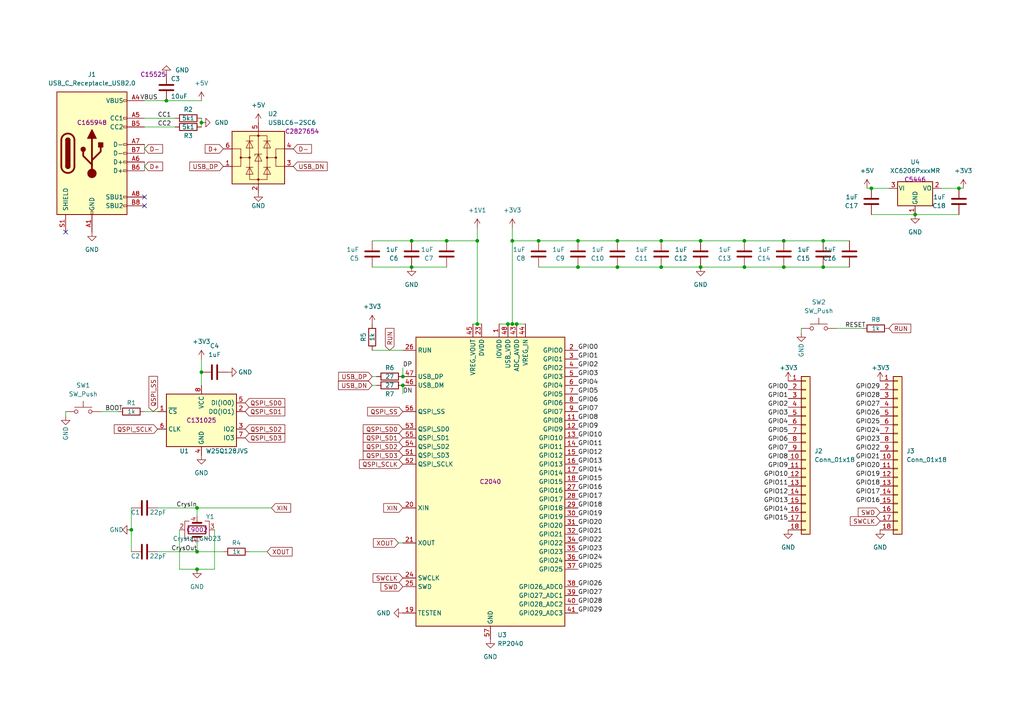
<source format=kicad_sch>
(kicad_sch (version 20211123) (generator eeschema)
  (paper "A4")
  (lib_symbols
    (symbol "Connector:USB_C_Receptacle_USB2.0" (pin_names (offset 1.016))
      (property "Reference" "J" (at -10.16 19.05 0))
      (property "Value" "USB_C_Receptacle_USB2.0" (at 19.05 19.05 0))
      (symbol "USB_C_Receptacle_USB2.0_0_0"
        (rectangle (start -0.254 -17.78) (end 0.254 -16.764))
        (rectangle (start 10.16 -14.986) (end 9.144 -15.494))
        (rectangle (start 10.16 -12.446) (end 9.144 -12.954))
        (rectangle (start 10.16 -4.826) (end 9.144 -5.334))
        (rectangle (start 10.16 -2.286) (end 9.144 -2.794))
        (rectangle (start 10.16 0.254) (end 9.144 -0.254))
        (rectangle (start 10.16 2.794) (end 9.144 2.286))
        (rectangle (start 10.16 7.874) (end 9.144 7.366))
        (rectangle (start 10.16 10.414) (end 9.144 9.906))
        (rectangle (start 10.16 15.494) (end 9.144 14.986))
      )
      (symbol "USB_C_Receptacle_USB2.0_0_1"
        (rectangle (start -10.16 17.78) (end 10.16 -17.78) (stroke (width 0.254)) (fill (type background)))
        (arc (start -8.89 -3.81) (mid -6.985 -5.715) (end -5.08 -3.81) (stroke (width 0.508)))
        (arc (start -7.62 -3.81) (mid -6.985 -4.445) (end -6.35 -3.81) (stroke (width 0.254)))
        (arc (start -7.62 -3.81) (mid -6.985 -4.445) (end -6.35 -3.81) (stroke (width 0.254)) (fill (type outline)))
        (rectangle (start -7.62 -3.81) (end -6.35 3.81) (stroke (width 0.254)) (fill (type outline)))
        (arc (start -6.35 3.81) (mid -6.985 4.445) (end -7.62 3.81) (stroke (width 0.254)))
        (arc (start -6.35 3.81) (mid -6.985 4.445) (end -7.62 3.81) (stroke (width 0.254)) (fill (type outline)))
        (arc (start -5.08 3.81) (mid -6.985 5.715) (end -8.89 3.81) (stroke (width 0.508)))
        (circle (center -2.54 1.143) (radius 0.635) (stroke (width 0.254)) (fill (type outline)))
        (circle (center 0 -5.842) (radius 1.27) (fill (type outline)))
        (polyline (pts (xy -8.89 -3.81) (xy -8.89 3.81)) (stroke (width 0.508)))
        (polyline (pts (xy -5.08 3.81) (xy -5.08 -3.81)) (stroke (width 0.508)))
        (polyline (pts (xy 0 -5.842) (xy 0 4.318)) (stroke (width 0.508)))
        (polyline (pts (xy 0 -3.302) (xy -2.54 -0.762) (xy -2.54 0.508)) (stroke (width 0.508)))
        (polyline (pts (xy 0 -2.032) (xy 2.54 0.508) (xy 2.54 1.778)) (stroke (width 0.508)))
        (polyline (pts (xy -1.27 4.318) (xy 0 6.858) (xy 1.27 4.318) (xy -1.27 4.318)) (stroke (width 0.254)) (fill (type outline)))
        (rectangle (start 1.905 1.778) (end 3.175 3.048) (stroke (width 0.254)) (fill (type outline)))
      )
      (symbol "USB_C_Receptacle_USB2.0_1_1"
        (pin passive line (at 0 -22.86 90) (length 5.08) (name "GND") (number "A1"))
        (pin passive line (at 0 -22.86 90) (length 5.08) hide (name "GND") (number "A12"))
        (pin passive line (at 15.24 15.24 180) (length 5.08) (name "VBUS") (number "A4"))
        (pin bidirectional line (at 15.24 10.16 180) (length 5.08) (name "CC1") (number "A5"))
        (pin bidirectional line (at 15.24 -2.54 180) (length 5.08) (name "D+") (number "A6"))
        (pin bidirectional line (at 15.24 2.54 180) (length 5.08) (name "D-") (number "A7"))
        (pin bidirectional line (at 15.24 -12.7 180) (length 5.08) (name "SBU1") (number "A8"))
        (pin passive line (at 15.24 15.24 180) (length 5.08) hide (name "VBUS") (number "A9"))
        (pin passive line (at 0 -22.86 90) (length 5.08) hide (name "GND") (number "B1"))
        (pin passive line (at 0 -22.86 90) (length 5.08) hide (name "GND") (number "B12"))
        (pin passive line (at 15.24 15.24 180) (length 5.08) hide (name "VBUS") (number "B4"))
        (pin bidirectional line (at 15.24 7.62 180) (length 5.08) (name "CC2") (number "B5"))
        (pin bidirectional line (at 15.24 -5.08 180) (length 5.08) (name "D+") (number "B6"))
        (pin bidirectional line (at 15.24 0 180) (length 5.08) (name "D-") (number "B7"))
        (pin bidirectional line (at 15.24 -15.24 180) (length 5.08) (name "SBU2") (number "B8"))
        (pin passive line (at 15.24 15.24 180) (length 5.08) hide (name "VBUS") (number "B9"))
        (pin passive line (at -7.62 -22.86 90) (length 5.08) (name "SHIELD") (number "S1"))
      )
    )
    (symbol "Connector_Generic:Conn_01x18" (pin_names (offset 1.016) hide)
      (property "Reference" "J" (at 0 22.86 0))
      (property "Value" "Conn_01x18" (at 0 -25.4 0))
      (symbol "Conn_01x18_1_1"
        (rectangle (start -1.27 -22.733) (end 0 -22.987) (stroke (width 0.1524)))
        (rectangle (start -1.27 -20.193) (end 0 -20.447) (stroke (width 0.1524)))
        (rectangle (start -1.27 -17.653) (end 0 -17.907) (stroke (width 0.1524)))
        (rectangle (start -1.27 -15.113) (end 0 -15.367) (stroke (width 0.1524)))
        (rectangle (start -1.27 -12.573) (end 0 -12.827) (stroke (width 0.1524)))
        (rectangle (start -1.27 -10.033) (end 0 -10.287) (stroke (width 0.1524)))
        (rectangle (start -1.27 -7.493) (end 0 -7.747) (stroke (width 0.1524)))
        (rectangle (start -1.27 -4.953) (end 0 -5.207) (stroke (width 0.1524)))
        (rectangle (start -1.27 -2.413) (end 0 -2.667) (stroke (width 0.1524)))
        (rectangle (start -1.27 0.127) (end 0 -0.127) (stroke (width 0.1524)))
        (rectangle (start -1.27 2.667) (end 0 2.413) (stroke (width 0.1524)))
        (rectangle (start -1.27 5.207) (end 0 4.953) (stroke (width 0.1524)))
        (rectangle (start -1.27 7.747) (end 0 7.493) (stroke (width 0.1524)))
        (rectangle (start -1.27 10.287) (end 0 10.033) (stroke (width 0.1524)))
        (rectangle (start -1.27 12.827) (end 0 12.573) (stroke (width 0.1524)))
        (rectangle (start -1.27 15.367) (end 0 15.113) (stroke (width 0.1524)))
        (rectangle (start -1.27 17.907) (end 0 17.653) (stroke (width 0.1524)))
        (rectangle (start -1.27 20.447) (end 0 20.193) (stroke (width 0.1524)))
        (rectangle (start -1.27 21.59) (end 1.27 -24.13) (stroke (width 0.254)) (fill (type background)))
        (pin passive line (at -5.08 20.32 0) (length 3.81) (name "Pin_1") (number "1"))
        (pin passive line (at -5.08 -2.54 0) (length 3.81) (name "Pin_10") (number "10"))
        (pin passive line (at -5.08 -5.08 0) (length 3.81) (name "Pin_11") (number "11"))
        (pin passive line (at -5.08 -7.62 0) (length 3.81) (name "Pin_12") (number "12"))
        (pin passive line (at -5.08 -10.16 0) (length 3.81) (name "Pin_13") (number "13"))
        (pin passive line (at -5.08 -12.7 0) (length 3.81) (name "Pin_14") (number "14"))
        (pin passive line (at -5.08 -15.24 0) (length 3.81) (name "Pin_15") (number "15"))
        (pin passive line (at -5.08 -17.78 0) (length 3.81) (name "Pin_16") (number "16"))
        (pin passive line (at -5.08 -20.32 0) (length 3.81) (name "Pin_17") (number "17"))
        (pin passive line (at -5.08 -22.86 0) (length 3.81) (name "Pin_18") (number "18"))
        (pin passive line (at -5.08 17.78 0) (length 3.81) (name "Pin_2") (number "2"))
        (pin passive line (at -5.08 15.24 0) (length 3.81) (name "Pin_3") (number "3"))
        (pin passive line (at -5.08 12.7 0) (length 3.81) (name "Pin_4") (number "4"))
        (pin passive line (at -5.08 10.16 0) (length 3.81) (name "Pin_5") (number "5"))
        (pin passive line (at -5.08 7.62 0) (length 3.81) (name "Pin_6") (number "6"))
        (pin passive line (at -5.08 5.08 0) (length 3.81) (name "Pin_7") (number "7"))
        (pin passive line (at -5.08 2.54 0) (length 3.81) (name "Pin_8") (number "8"))
        (pin passive line (at -5.08 0 0) (length 3.81) (name "Pin_9") (number "9"))
      )
    )
    (symbol "Device:C" (pin_numbers hide) (pin_names (offset 0.254))
      (property "Reference" "C" (at 0.635 2.54 0))
      (property "Value" "C" (at 0.635 -2.54 0))
      (symbol "C_0_1"
        (polyline (pts (xy -2.032 -0.762) (xy 2.032 -0.762)) (stroke (width 0.508)))
        (polyline (pts (xy -2.032 0.762) (xy 2.032 0.762)) (stroke (width 0.508)))
      )
      (symbol "C_1_1"
        (pin passive line (at 0 3.81 270) (length 2.794) (name "~") (number "1"))
        (pin passive line (at 0 -3.81 90) (length 2.794) (name "~") (number "2"))
      )
    )
    (symbol "Device:Crystal_GND23" (pin_names (offset 1.016) hide)
      (property "Reference" "Y" (at 3.175 5.08 0))
      (property "Value" "Crystal_GND23" (at 3.175 3.175 0))
      (symbol "Crystal_GND23_0_1"
        (rectangle (start -1.143 2.54) (end 1.143 -2.54) (stroke (width 0.3048)))
        (polyline (pts (xy -2.54 0) (xy -2.032 0)))
        (polyline (pts (xy -2.032 -1.27) (xy -2.032 1.27)) (stroke (width 0.508)))
        (polyline (pts (xy 0 -3.81) (xy 0 -3.556)))
        (polyline (pts (xy 0 3.556) (xy 0 3.81)))
        (polyline (pts (xy 2.032 -1.27) (xy 2.032 1.27)) (stroke (width 0.508)))
        (polyline (pts (xy 2.032 0) (xy 2.54 0)))
        (polyline (pts (xy -2.54 -2.286) (xy -2.54 -3.556) (xy 2.54 -3.556) (xy 2.54 -2.286)))
        (polyline (pts (xy -2.54 2.286) (xy -2.54 3.556) (xy 2.54 3.556) (xy 2.54 2.286)))
      )
      (symbol "Crystal_GND23_1_1"
        (pin passive line (at -3.81 0 0) (length 1.27) (name "1") (number "1"))
        (pin passive line (at 0 5.08 270) (length 1.27) (name "2") (number "2"))
        (pin passive line (at 0 -5.08 90) (length 1.27) (name "3") (number "3"))
        (pin passive line (at 3.81 0 180) (length 1.27) (name "4") (number "4"))
      )
    )
    (symbol "Device:R" (pin_numbers hide) (pin_names (offset 0))
      (property "Reference" "R" (at 2.032 0 90))
      (property "Value" "R" (at 0 0 90))
      (symbol "R_0_1"
        (rectangle (start -1.016 -2.54) (end 1.016 2.54) (stroke (width 0.254)))
      )
      (symbol "R_1_1"
        (pin passive line (at 0 3.81 270) (length 1.27) (name "~") (number "1"))
        (pin passive line (at 0 -3.81 90) (length 1.27) (name "~") (number "2"))
      )
    )
    (symbol "MCU_RaspberryPi:RP2040"
      (property "Reference" "U" (at 17.78 45.72 0))
      (property "Value" "RP2040" (at 17.78 43.18 0))
      (symbol "RP2040_0_1"
        (rectangle (start -21.59 41.91) (end 21.59 -41.91) (stroke (width 0.254)) (fill (type background)))
      )
      (symbol "RP2040_1_1"
        (pin power_in line (at 2.54 45.72 270) (length 3.81) (name "IOVDD") (number "1"))
        (pin passive line (at 2.54 45.72 270) (length 3.81) hide (name "IOVDD") (number "10"))
        (pin bidirectional line (at 25.4 17.78 180) (length 3.81) (name "GPIO8") (number "11"))
        (pin bidirectional line (at 25.4 15.24 180) (length 3.81) (name "GPIO9") (number "12"))
        (pin bidirectional line (at 25.4 12.7 180) (length 3.81) (name "GPIO10") (number "13"))
        (pin bidirectional line (at 25.4 10.16 180) (length 3.81) (name "GPIO11") (number "14"))
        (pin bidirectional line (at 25.4 7.62 180) (length 3.81) (name "GPIO12") (number "15"))
        (pin bidirectional line (at 25.4 5.08 180) (length 3.81) (name "GPIO13") (number "16"))
        (pin bidirectional line (at 25.4 2.54 180) (length 3.81) (name "GPIO14") (number "17"))
        (pin bidirectional line (at 25.4 0 180) (length 3.81) (name "GPIO15") (number "18"))
        (pin input line (at -25.4 -38.1 0) (length 3.81) (name "TESTEN") (number "19"))
        (pin bidirectional line (at 25.4 38.1 180) (length 3.81) (name "GPIO0") (number "2"))
        (pin input line (at -25.4 -7.62 0) (length 3.81) (name "XIN") (number "20"))
        (pin passive line (at -25.4 -17.78 0) (length 3.81) (name "XOUT") (number "21"))
        (pin passive line (at 2.54 45.72 270) (length 3.81) hide (name "IOVDD") (number "22"))
        (pin power_in line (at -2.54 45.72 270) (length 3.81) (name "DVDD") (number "23"))
        (pin output line (at -25.4 -27.94 0) (length 3.81) (name "SWCLK") (number "24"))
        (pin bidirectional line (at -25.4 -30.48 0) (length 3.81) (name "SWD") (number "25"))
        (pin input line (at -25.4 38.1 0) (length 3.81) (name "RUN") (number "26"))
        (pin bidirectional line (at 25.4 -2.54 180) (length 3.81) (name "GPIO16") (number "27"))
        (pin bidirectional line (at 25.4 -5.08 180) (length 3.81) (name "GPIO17") (number "28"))
        (pin bidirectional line (at 25.4 -7.62 180) (length 3.81) (name "GPIO18") (number "29"))
        (pin bidirectional line (at 25.4 35.56 180) (length 3.81) (name "GPIO1") (number "3"))
        (pin bidirectional line (at 25.4 -10.16 180) (length 3.81) (name "GPIO19") (number "30"))
        (pin bidirectional line (at 25.4 -12.7 180) (length 3.81) (name "GPIO20") (number "31"))
        (pin bidirectional line (at 25.4 -15.24 180) (length 3.81) (name "GPIO21") (number "32"))
        (pin passive line (at 2.54 45.72 270) (length 3.81) hide (name "IOVDD") (number "33"))
        (pin bidirectional line (at 25.4 -17.78 180) (length 3.81) (name "GPIO22") (number "34"))
        (pin bidirectional line (at 25.4 -20.32 180) (length 3.81) (name "GPIO23") (number "35"))
        (pin bidirectional line (at 25.4 -22.86 180) (length 3.81) (name "GPIO24") (number "36"))
        (pin bidirectional line (at 25.4 -25.4 180) (length 3.81) (name "GPIO25") (number "37"))
        (pin bidirectional line (at 25.4 -30.48 180) (length 3.81) (name "GPIO26_ADC0") (number "38"))
        (pin bidirectional line (at 25.4 -33.02 180) (length 3.81) (name "GPIO27_ADC1") (number "39"))
        (pin bidirectional line (at 25.4 33.02 180) (length 3.81) (name "GPIO2") (number "4"))
        (pin bidirectional line (at 25.4 -35.56 180) (length 3.81) (name "GPIO28_ADC2") (number "40"))
        (pin bidirectional line (at 25.4 -38.1 180) (length 3.81) (name "GPIO29_ADC3") (number "41"))
        (pin passive line (at 2.54 45.72 270) (length 3.81) hide (name "IOVDD") (number "42"))
        (pin power_in line (at 7.62 45.72 270) (length 3.81) (name "ADC_AVDD") (number "43"))
        (pin power_in line (at 10.16 45.72 270) (length 3.81) (name "VREG_IN") (number "44"))
        (pin power_out line (at -5.08 45.72 270) (length 3.81) (name "VREG_VOUT") (number "45"))
        (pin bidirectional line (at -25.4 27.94 0) (length 3.81) (name "USB_DM") (number "46"))
        (pin bidirectional line (at -25.4 30.48 0) (length 3.81) (name "USB_DP") (number "47"))
        (pin power_in line (at 5.08 45.72 270) (length 3.81) (name "USB_VDD") (number "48"))
        (pin passive line (at 2.54 45.72 270) (length 3.81) hide (name "IOVDD") (number "49"))
        (pin bidirectional line (at 25.4 30.48 180) (length 3.81) (name "GPIO3") (number "5"))
        (pin passive line (at -2.54 45.72 270) (length 3.81) hide (name "DVDD") (number "50"))
        (pin bidirectional line (at -25.4 7.62 0) (length 3.81) (name "QSPI_SD3") (number "51"))
        (pin output line (at -25.4 5.08 0) (length 3.81) (name "QSPI_SCLK") (number "52"))
        (pin bidirectional line (at -25.4 15.24 0) (length 3.81) (name "QSPI_SD0") (number "53"))
        (pin bidirectional line (at -25.4 10.16 0) (length 3.81) (name "QSPI_SD2") (number "54"))
        (pin bidirectional line (at -25.4 12.7 0) (length 3.81) (name "QSPI_SD1") (number "55"))
        (pin bidirectional line (at -25.4 20.32 0) (length 3.81) (name "QSPI_SS") (number "56"))
        (pin power_in line (at 0 -45.72 90) (length 3.81) (name "GND") (number "57"))
        (pin bidirectional line (at 25.4 27.94 180) (length 3.81) (name "GPIO4") (number "6"))
        (pin bidirectional line (at 25.4 25.4 180) (length 3.81) (name "GPIO5") (number "7"))
        (pin bidirectional line (at 25.4 22.86 180) (length 3.81) (name "GPIO6") (number "8"))
        (pin bidirectional line (at 25.4 20.32 180) (length 3.81) (name "GPIO7") (number "9"))
      )
    )
    (symbol "Memory_Flash:W25Q128JVS"
      (property "Reference" "U" (at -8.89 8.89 0))
      (property "Value" "W25Q128JVS" (at 7.62 8.89 0))
      (symbol "W25Q128JVS_0_1"
        (rectangle (start -10.16 7.62) (end 10.16 -7.62) (stroke (width 0.254)) (fill (type background)))
      )
      (symbol "W25Q128JVS_1_1"
        (pin input line (at -12.7 2.54 0) (length 2.54) (name "~{CS}") (number "1"))
        (pin bidirectional line (at 12.7 2.54 180) (length 2.54) (name "DO(IO1)") (number "2"))
        (pin bidirectional line (at 12.7 -2.54 180) (length 2.54) (name "IO2") (number "3"))
        (pin power_in line (at 0 -10.16 90) (length 2.54) (name "GND") (number "4"))
        (pin bidirectional line (at 12.7 5.08 180) (length 2.54) (name "DI(IO0)") (number "5"))
        (pin input line (at -12.7 -2.54 0) (length 2.54) (name "CLK") (number "6"))
        (pin bidirectional line (at 12.7 -5.08 180) (length 2.54) (name "IO3") (number "7"))
        (pin power_in line (at 0 10.16 270) (length 2.54) (name "VCC") (number "8"))
      )
    )
    (symbol "Power_Protection:USBLC6-2SC6" (pin_names hide)
      (property "Reference" "U" (at 2.54 8.89 0))
      (property "Value" "USBLC6-2SC6" (at 2.54 -8.89 0))
      (symbol "USBLC6-2SC6_0_1"
        (rectangle (start -7.62 -7.62) (end 7.62 7.62) (stroke (width 0.254)) (fill (type background)))
        (circle (center -5.08 0) (radius 0.254) (fill (type outline)))
        (circle (center -2.54 0) (radius 0.254) (fill (type outline)))
        (rectangle (start -2.54 6.35) (end 2.54 -6.35))
        (circle (center 0 -6.35) (radius 0.254) (fill (type outline)))
        (polyline (pts (xy -5.08 -2.54) (xy -7.62 -2.54)))
        (polyline (pts (xy -5.08 0) (xy -5.08 -2.54)))
        (polyline (pts (xy -5.08 2.54) (xy -7.62 2.54)))
        (polyline (pts (xy -1.524 -2.794) (xy -3.556 -2.794)))
        (polyline (pts (xy -1.524 4.826) (xy -3.556 4.826)))
        (polyline (pts (xy 0 -7.62) (xy 0 -6.35)))
        (polyline (pts (xy 0 -6.35) (xy 0 1.27)))
        (polyline (pts (xy 0 1.27) (xy 0 6.35)))
        (polyline (pts (xy 0 6.35) (xy 0 7.62)))
        (polyline (pts (xy 1.524 -2.794) (xy 3.556 -2.794)))
        (polyline (pts (xy 1.524 4.826) (xy 3.556 4.826)))
        (polyline (pts (xy 5.08 -2.54) (xy 7.62 -2.54)))
        (polyline (pts (xy 5.08 0) (xy 5.08 -2.54)))
        (polyline (pts (xy 5.08 2.54) (xy 7.62 2.54)))
        (polyline (pts (xy -2.54 0) (xy -5.08 0) (xy -5.08 2.54)))
        (polyline (pts (xy 2.54 0) (xy 5.08 0) (xy 5.08 2.54)))
        (polyline (pts (xy -3.556 -4.826) (xy -1.524 -4.826) (xy -2.54 -2.794) (xy -3.556 -4.826)))
        (polyline (pts (xy -3.556 2.794) (xy -1.524 2.794) (xy -2.54 4.826) (xy -3.556 2.794)))
        (polyline (pts (xy -1.016 -1.016) (xy 1.016 -1.016) (xy 0 1.016) (xy -1.016 -1.016)))
        (polyline (pts (xy 1.016 1.016) (xy 0.762 1.016) (xy -1.016 1.016) (xy -1.016 0.508)))
        (polyline (pts (xy 3.556 -4.826) (xy 1.524 -4.826) (xy 2.54 -2.794) (xy 3.556 -4.826)))
        (polyline (pts (xy 3.556 2.794) (xy 1.524 2.794) (xy 2.54 4.826) (xy 3.556 2.794)))
        (circle (center 0 6.35) (radius 0.254) (fill (type outline)))
        (circle (center 2.54 0) (radius 0.254) (fill (type outline)))
        (circle (center 5.08 0) (radius 0.254) (fill (type outline)))
      )
      (symbol "USBLC6-2SC6_1_1"
        (pin passive line (at -10.16 -2.54 0) (length 2.54) (name "I/O1") (number "1"))
        (pin passive line (at 0 -10.16 90) (length 2.54) (name "GND") (number "2"))
        (pin passive line (at 10.16 -2.54 180) (length 2.54) (name "I/O2") (number "3"))
        (pin passive line (at 10.16 2.54 180) (length 2.54) (name "I/O2") (number "4"))
        (pin passive line (at 0 10.16 270) (length 2.54) (name "VBUS") (number "5"))
        (pin passive line (at -10.16 2.54 0) (length 2.54) (name "I/O1") (number "6"))
      )
    )
    (symbol "Regulator_Linear:XC6206PxxxMR" (pin_names (offset 0.254))
      (property "Reference" "U" (at -3.81 3.175 0))
      (property "Value" "XC6206PxxxMR" (at 0 3.175 0))
      (symbol "XC6206PxxxMR_0_1"
        (rectangle (start -5.08 1.905) (end 5.08 -5.08) (stroke (width 0.254)) (fill (type background)))
      )
      (symbol "XC6206PxxxMR_1_1"
        (pin power_in line (at 0 -7.62 90) (length 2.54) (name "GND") (number "1"))
        (pin power_out line (at 7.62 0 180) (length 2.54) (name "VO") (number "2"))
        (pin power_in line (at -7.62 0 0) (length 2.54) (name "VI") (number "3"))
      )
    )
    (symbol "Switch:SW_Push" (pin_numbers hide) (pin_names (offset 1.016) hide)
      (property "Reference" "SW" (at 1.27 2.54 0))
      (property "Value" "SW_Push" (at 0 -1.524 0))
      (symbol "SW_Push_0_1"
        (circle (center -2.032 0) (radius 0.508))
        (polyline (pts (xy 0 1.27) (xy 0 3.048)))
        (polyline (pts (xy 2.54 1.27) (xy -2.54 1.27)))
        (circle (center 2.032 0) (radius 0.508))
        (pin passive line (at -5.08 0 0) (length 2.54) (name "1") (number "1"))
        (pin passive line (at 5.08 0 180) (length 2.54) (name "2") (number "2"))
      )
    )
    (symbol "power:+1V1" (power) (pin_names (offset 0))
      (property "Value" "+1V1" (at 0 3.556 0))
      (symbol "+1V1_0_1"
        (polyline (pts (xy -0.762 1.27) (xy 0 2.54)))
        (polyline (pts (xy 0 0) (xy 0 2.54)))
        (polyline (pts (xy 0 2.54) (xy 0.762 1.27)))
      )
      (symbol "+1V1_1_1"
        (pin power_in line (at 0 0 90) (length 0) hide (name "+1V1") (number "1"))
      )
    )
    (symbol "power:+3V3" (power) (pin_names (offset 0))
      (property "Value" "+3V3" (at 0 3.556 0))
      (symbol "+3V3_0_1"
        (polyline (pts (xy -0.762 1.27) (xy 0 2.54)))
        (polyline (pts (xy 0 0) (xy 0 2.54)))
        (polyline (pts (xy 0 2.54) (xy 0.762 1.27)))
      )
      (symbol "+3V3_1_1"
        (pin power_in line (at 0 0 90) (length 0) hide (name "+3V3") (number "1"))
      )
    )
    (symbol "power:+5V" (power) (pin_names (offset 0))
      (property "Value" "+5V" (at 0 3.556 0))
      (symbol "+5V_0_1"
        (polyline (pts (xy -0.762 1.27) (xy 0 2.54)))
        (polyline (pts (xy 0 0) (xy 0 2.54)))
        (polyline (pts (xy 0 2.54) (xy 0.762 1.27)))
      )
      (symbol "+5V_1_1"
        (pin power_in line (at 0 0 90) (length 0) hide (name "+5V") (number "1"))
      )
    )
    (symbol "power:GND" (power) (pin_names (offset 0))
      (property "Value" "GND" (at 0 -3.81 0))
      (symbol "GND_0_1"
        (polyline (pts (xy 0 0) (xy 0 -1.27) (xy 1.27 -1.27) (xy 0 -2.54) (xy -1.27 -1.27) (xy 0 -1.27)))
      )
      (symbol "GND_1_1"
        (pin power_in line (at 0 0 270) (length 0) hide (name "GND") (number "1"))
      )
    )
  )
  (junction (at 238.76 77.47))
  (junction (at 57.15 160.02))
  (junction (at 116.84 109.22))
  (junction (at 191.77 69.85))
  (junction (at 57.15 147.32))
  (junction (at 116.84 111.76))
  (junction (at 149.86 93.98))
  (junction (at 119.38 69.85))
  (junction (at 58.42 107.95))
  (junction (at 203.2 69.85))
  (junction (at 138.43 69.85))
  (junction (at 167.64 69.85))
  (junction (at 238.76 69.85))
  (junction (at 148.59 69.85))
  (junction (at 156.21 69.85))
  (junction (at 215.9 69.85))
  (junction (at 58.42 35.56))
  (junction (at 227.33 77.47))
  (junction (at 119.38 77.47))
  (junction (at 265.43 62.23))
  (junction (at 148.59 93.98))
  (junction (at 179.07 77.47))
  (junction (at 203.2 77.47))
  (junction (at 191.77 77.47))
  (junction (at 167.64 77.47))
  (junction (at 227.33 69.85))
  (junction (at 57.15 165.1))
  (junction (at 215.9 77.47))
  (junction (at 138.43 93.98))
  (junction (at 278.13 54.61))
  (junction (at 129.54 69.85))
  (junction (at 252.73 54.61))
  (junction (at 147.32 93.98))
  (junction (at 48.26 29.21))
  (junction (at 38.1 153.67))
  (junction (at 179.07 69.85))
  (no_connect (at 19.05 67.31))
  (no_connect (at 41.91 59.69))
  (no_connect (at 41.91 57.15))
  (wire (pts (xy 107.95 101.6) (xy 116.84 101.6)))
  (wire (pts (xy 116.84 114.3) (xy 116.84 111.76)))
  (wire (pts (xy 29.21 119.38) (xy 34.29 119.38)))
  (wire (pts (xy 58.42 104.14) (xy 58.42 107.95)))
  (wire (pts (xy 45.72 147.32) (xy 57.15 147.32)))
  (wire (pts (xy 148.59 66.04) (xy 148.59 69.85)))
  (wire (pts (xy 265.43 62.23) (xy 278.13 62.23)))
  (wire (pts (xy 227.33 77.47) (xy 238.76 77.47)))
  (wire (pts (xy 50.8 36.83) (xy 41.91 36.83)))
  (wire (pts (xy 238.76 69.85) (xy 246.38 69.85)))
  (wire (pts (xy 137.16 93.98) (xy 138.43 93.98)))
  (wire (pts (xy 138.43 69.85) (xy 138.43 93.98)))
  (wire (pts (xy 238.76 77.47) (xy 246.38 77.47)))
  (wire (pts (xy 50.8 34.29) (xy 41.91 34.29)))
  (wire (pts (xy 148.59 69.85) (xy 156.21 69.85)))
  (wire (pts (xy 107.95 109.22) (xy 109.22 109.22)))
  (wire (pts (xy 215.9 77.47) (xy 227.33 77.47)))
  (wire (pts (xy 72.39 160.02) (xy 77.47 160.02)))
  (wire (pts (xy 191.77 77.47) (xy 203.2 77.47)))
  (wire (pts (xy 215.9 69.85) (xy 227.33 69.85)))
  (wire (pts (xy 107.95 69.85) (xy 119.38 69.85)))
  (wire (pts (xy 57.15 147.32) (xy 78.74 147.32)))
  (wire (pts (xy 107.95 111.76) (xy 109.22 111.76)))
  (wire (pts (xy 57.15 157.48) (xy 57.15 160.02)))
  (wire (pts (xy 149.86 93.98) (xy 152.4 93.98)))
  (wire (pts (xy 129.54 77.47) (xy 119.38 77.47)))
  (wire (pts (xy 41.91 46.99) (xy 41.91 49.53)))
  (wire (pts (xy 41.91 41.91) (xy 41.91 44.45)))
  (wire (pts (xy 52.07 165.1) (xy 57.15 165.1)))
  (wire (pts (xy 252.73 54.61) (xy 257.81 54.61)))
  (wire (pts (xy 232.41 96.52) (xy 232.41 95.25)))
  (wire (pts (xy 41.91 119.38) (xy 45.72 119.38)))
  (wire (pts (xy 58.42 35.56) (xy 58.42 36.83)))
  (wire (pts (xy 156.21 77.47) (xy 167.64 77.47)))
  (wire (pts (xy 203.2 77.47) (xy 215.9 77.47)))
  (wire (pts (xy 179.07 69.85) (xy 191.77 69.85)))
  (wire (pts (xy 138.43 66.04) (xy 138.43 69.85)))
  (wire (pts (xy 252.73 62.23) (xy 265.43 62.23)))
  (wire (pts (xy 156.21 69.85) (xy 167.64 69.85)))
  (wire (pts (xy 273.05 54.61) (xy 278.13 54.61)))
  (wire (pts (xy 148.59 93.98) (xy 149.86 93.98)))
  (wire (pts (xy 119.38 77.47) (xy 107.95 77.47)))
  (wire (pts (xy 167.64 77.47) (xy 179.07 77.47)))
  (wire (pts (xy 38.1 153.67) (xy 38.1 160.02)))
  (wire (pts (xy 116.84 106.68) (xy 116.84 109.22)))
  (wire (pts (xy 167.64 69.85) (xy 179.07 69.85)))
  (wire (pts (xy 58.42 34.29) (xy 58.42 35.56)))
  (wire (pts (xy 48.26 29.21) (xy 41.91 29.21)))
  (wire (pts (xy 148.59 69.85) (xy 148.59 93.98)))
  (wire (pts (xy 119.38 69.85) (xy 129.54 69.85)))
  (wire (pts (xy 129.54 69.85) (xy 138.43 69.85)))
  (wire (pts (xy 144.78 93.98) (xy 147.32 93.98)))
  (wire (pts (xy 45.72 160.02) (xy 57.15 160.02)))
  (wire (pts (xy 38.1 147.32) (xy 38.1 153.67)))
  (wire (pts (xy 138.43 93.98) (xy 139.7 93.98)))
  (wire (pts (xy 62.23 165.1) (xy 57.15 165.1)))
  (wire (pts (xy 57.15 149.86) (xy 57.15 147.32)))
  (wire (pts (xy 203.2 69.85) (xy 215.9 69.85)))
  (wire (pts (xy 115.57 157.48) (xy 116.84 157.48)))
  (wire (pts (xy 250.19 95.25) (xy 242.57 95.25)))
  (wire (pts (xy 19.05 120.65) (xy 19.05 119.38)))
  (wire (pts (xy 191.77 69.85) (xy 203.2 69.85)))
  (wire (pts (xy 52.07 153.67) (xy 52.07 165.1)))
  (wire (pts (xy 62.23 153.67) (xy 62.23 165.1)))
  (wire (pts (xy 58.42 107.95) (xy 58.42 111.76)))
  (wire (pts (xy 179.07 77.47) (xy 191.77 77.47)))
  (wire (pts (xy 278.13 54.61) (xy 279.4 54.61)))
  (wire (pts (xy 251.46 54.61) (xy 252.73 54.61)))
  (wire (pts (xy 147.32 93.98) (xy 148.59 93.98)))
  (wire (pts (xy 57.15 160.02) (xy 64.77 160.02)))
  (wire (pts (xy 58.42 29.21) (xy 48.26 29.21)))
  (wire (pts (xy 227.33 69.85) (xy 238.76 69.85)))
  (label "GPIO25" (at 167.64 165.1 0))
  (label "GPIO14" (at 167.64 137.16 0))
  (label "GPIO2" (at 167.64 106.68 0))
  (label "GPIO22" (at 167.64 157.48 0))
  (label "GPIO12" (at 167.64 132.08 0))
  (label "GPIO22" (at 255.27 130.81 180))
  (label "GPIO11" (at 167.64 129.54 0))
  (label "GPIO5" (at 228.6 125.73 180))
  (label "GPIO13" (at 167.64 134.62 0))
  (label "CC2" (at 45.72 36.83 0))
  (label "GPIO23" (at 167.64 160.02 0))
  (label "GPIO2" (at 228.6 118.11 180))
  (label "GPIO9" (at 167.64 124.46 0))
  (label "GPIO27" (at 167.64 172.72 0))
  (label "GPIO0" (at 167.64 101.6 0))
  (label "GPIO6" (at 167.64 116.84 0))
  (label "GPIO8" (at 228.6 133.35 180))
  (label "GPIO3" (at 167.64 109.22 0))
  (label "GPIO4" (at 167.64 111.76 0))
  (label "BOOT" (at 30.48 119.38 0))
  (label "GPIO14" (at 228.6 148.59 180))
  (label "GPIO26" (at 167.64 170.18 0))
  (label "GPIO26" (at 255.27 120.65 180))
  (label "GPIO1" (at 167.64 104.14 0))
  (label "GPIO17" (at 167.64 144.78 0))
  (label "GPIO21" (at 167.64 154.94 0))
  (label "GPIO15" (at 228.6 151.13 180))
  (label "DP" (at 116.84 106.68 0))
  (label "GPIO10" (at 228.6 138.43 180))
  (label "VBUS" (at 40.64 29.21 0))
  (label "GPIO20" (at 255.27 135.89 180))
  (label "GPIO7" (at 228.6 130.81 180))
  (label "GPIO25" (at 255.27 123.19 180))
  (label "GPIO13" (at 228.6 146.05 180))
  (label "CC1" (at 45.72 34.29 0))
  (label "GPIO28" (at 167.64 175.26 0))
  (label "DN" (at 116.84 114.3 0))
  (label "GPIO6" (at 228.6 128.27 180))
  (label "GPIO23" (at 255.27 128.27 180))
  (label "GPIO3" (at 228.6 120.65 180))
  (label "CrysIn" (at 57.15 147.32 180))
  (label "GPIO1" (at 228.6 115.57 180))
  (label "GPIO16" (at 167.64 142.24 0))
  (label "GPIO4" (at 228.6 123.19 180))
  (label "GPIO9" (at 228.6 135.89 180))
  (label "GPIO27" (at 255.27 118.11 180))
  (label "GPIO0" (at 228.6 113.03 180))
  (label "GPIO24" (at 167.64 162.56 0))
  (label "GPIO18" (at 255.27 140.97 180))
  (label "GPIO21" (at 255.27 133.35 180))
  (label "RESET" (at 245.11 95.25 0))
  (label "GPIO29" (at 255.27 113.03 180))
  (label "GPIO20" (at 167.64 152.4 0))
  (label "GPIO15" (at 167.64 139.7 0))
  (label "GPIO24" (at 255.27 125.73 180))
  (label "GPIO18" (at 167.64 147.32 0))
  (label "GPIO16" (at 255.27 146.05 180))
  (label "GPIO29" (at 167.64 177.8 0))
  (label "GPIO12" (at 228.6 143.51 180))
  (label "GPIO19" (at 255.27 138.43 180))
  (label "GPIO11" (at 228.6 140.97 180))
  (label "GPIO5" (at 167.64 114.3 0))
  (label "GPIO19" (at 167.64 149.86 0))
  (label "CrysOut" (at 57.15 160.02 180))
  (label "GPIO17" (at 255.27 143.51 180))
  (label "GPIO8" (at 167.64 121.92 0))
  (label "GPIO7" (at 167.64 119.38 0))
  (label "GPIO10" (at 167.64 127 0))
  (label "GPIO28" (at 255.27 115.57 180))
  (global_label "QSPI_SD0" (shape input) (at 116.84 124.46 180) (property "Intersheet References" "${INTERSHEET_REFS}" (effects hide)))
  (global_label "D-" (shape input) (at 41.91 43.18 0) (property "Intersheet References" "${INTERSHEET_REFS}" (effects hide)))
  (global_label "QSPI_SD1" (shape input) (at 116.84 127 180) (property "Intersheet References" "${INTERSHEET_REFS}" (effects hide)))
  (global_label "USB_DN" (shape input) (at 85.09 48.26 0) (property "Intersheet References" "${INTERSHEET_REFS}" (effects hide)))
  (global_label "QSPI_SS" (shape input) (at 116.84 119.38 180) (property "Intersheet References" "${INTERSHEET_REFS}" (effects hide)))
  (global_label "USB_DP" (shape input) (at 107.95 109.22 180) (property "Intersheet References" "${INTERSHEET_REFS}" (effects hide)))
  (global_label "USB_DP" (shape input) (at 64.77 48.26 180) (property "Intersheet References" "${INTERSHEET_REFS}" (effects hide)))
  (global_label "USB_DN" (shape input) (at 107.95 111.76 180) (property "Intersheet References" "${INTERSHEET_REFS}" (effects hide)))
  (global_label "XOUT" (shape input) (at 77.47 160.02 0) (property "Intersheet References" "${INTERSHEET_REFS}" (effects hide)))
  (global_label "QSPI_SS" (shape input) (at 44.45 119.38 90) (property "Intersheet References" "${INTERSHEET_REFS}" (effects hide)))
  (global_label "QSPI_SCLK" (shape input) (at 116.84 134.62 180) (property "Intersheet References" "${INTERSHEET_REFS}" (effects hide)))
  (global_label "SWD" (shape input) (at 255.27 148.59 180) (property "Intersheet References" "${INTERSHEET_REFS}" (effects hide)))
  (global_label "QSPI_SD2" (shape input) (at 116.84 129.54 180) (property "Intersheet References" "${INTERSHEET_REFS}" (effects hide)))
  (global_label "XIN" (shape input) (at 116.84 147.32 180) (property "Intersheet References" "${INTERSHEET_REFS}" (effects hide)))
  (global_label "QSPI_SD2" (shape input) (at 71.12 124.46 0) (property "Intersheet References" "${INTERSHEET_REFS}" (effects hide)))
  (global_label "RUN" (shape input) (at 113.03 101.6 90) (property "Intersheet References" "${INTERSHEET_REFS}" (effects hide)))
  (global_label "RUN" (shape input) (at 257.81 95.25 0) (property "Intersheet References" "${INTERSHEET_REFS}" (effects hide)))
  (global_label "XIN" (shape input) (at 78.74 147.32 0) (property "Intersheet References" "${INTERSHEET_REFS}" (effects hide)))
  (global_label "QSPI_SD0" (shape input) (at 71.12 116.84 0) (property "Intersheet References" "${INTERSHEET_REFS}" (effects hide)))
  (global_label "QSPI_SD3" (shape input) (at 116.84 132.08 180) (property "Intersheet References" "${INTERSHEET_REFS}" (effects hide)))
  (global_label "XOUT" (shape input) (at 115.57 157.48 180) (property "Intersheet References" "${INTERSHEET_REFS}" (effects hide)))
  (global_label "D+" (shape input) (at 41.91 48.26 0) (property "Intersheet References" "${INTERSHEET_REFS}" (effects hide)))
  (global_label "SWCLK" (shape input) (at 255.27 151.13 180) (property "Intersheet References" "${INTERSHEET_REFS}" (effects hide)))
  (global_label "QSPI_SD3" (shape input) (at 71.12 127 0) (property "Intersheet References" "${INTERSHEET_REFS}" (effects hide)))
  (global_label "QSPI_SCLK" (shape input) (at 45.72 124.46 180) (property "Intersheet References" "${INTERSHEET_REFS}" (effects hide)))
  (global_label "D-" (shape input) (at 85.09 43.18 0) (property "Intersheet References" "${INTERSHEET_REFS}" (effects hide)))
  (global_label "QSPI_SD1" (shape input) (at 71.12 119.38 0) (property "Intersheet References" "${INTERSHEET_REFS}" (effects hide)))
  (global_label "SWD" (shape input) (at 116.84 170.18 180) (property "Intersheet References" "${INTERSHEET_REFS}" (effects hide)))
  (global_label "D+" (shape input) (at 64.77 43.18 180) (property "Intersheet References" "${INTERSHEET_REFS}" (effects hide)))
  (global_label "SWCLK" (shape input) (at 116.84 167.64 180) (property "Intersheet References" "${INTERSHEET_REFS}" (effects hide)))
  (symbol (lib_id "power:+5V") (at 58.42 29.21 0) (unit 1)
    (property "Reference" "#PWR06" (effects hide))
    (property "Value" "+5V" (at 58.42 24.13 0))
  )
  (symbol (lib_id "power:GND") (at 58.42 132.08 0) (unit 1)
    (property "Reference" "#PWR09" (effects hide))
    (property "Value" "GND" (at 58.42 137.16 0))
  )
  (symbol (lib_id "power:GND") (at 38.1 153.67 270) (unit 1)
    (property "Reference" "#PWR03" (effects hide))
    (property "Value" "GND" (at 31.75 153.67 90) (effects (justify left)))
  )
  (symbol (lib_id "Device:C") (at 252.73 58.42 180) (unit 1)
    (property "Reference" "C17" (at 248.92 59.6901 0) (effects (justify left)))
    (property "Value" "1uF" (at 248.92 57.1501 0) (effects (justify left)))
    (property "Footprint" "Capacitor_SMD:C_0603_1608Metric" (effects hide))
    (property "LCSC" "C52923" (effects hide))
  )
  (symbol (lib_id "Device:C") (at 119.38 73.66 180) (unit 1)
    (property "Reference" "C6" (at 115.57 74.9301 0) (effects (justify left)))
    (property "Value" "1uF" (at 115.57 72.3901 0) (effects (justify left)))
    (property "Footprint" "Capacitor_SMD:C_0603_1608Metric" (effects hide))
    (property "LCSC" "C52923" (effects hide))
  )
  (symbol (lib_id "power:+1V1") (at 138.43 66.04 0) (unit 1)
    (property "Reference" "#PWR016" (effects hide))
    (property "Value" "+1V1" (at 138.43 60.96 0))
  )
  (symbol (lib_id "Device:C") (at 48.26 25.4 0) (unit 1)
    (property "Reference" "C3" (at 49.53 22.86 0) (effects (justify left)))
    (property "Value" "10uF" (at 49.53 27.94 0) (effects (justify left)))
    (property "Footprint" "Capacitor_SMD:C_0603_1608Metric" (effects hide))
    (property "LCSC" "C15525" (at 44.45 21.59 0))
  )
  (symbol (lib_id "power:GND") (at 116.84 177.8 270) (unit 1)
    (property "Reference" "#PWR014" (effects hide))
    (property "Value" "GND" (at 109.22 177.8 90) (effects (justify left)))
  )
  (symbol (lib_id "Connector_Generic:Conn_01x18") (at 233.68 130.81 0) (unit 1)
    (property "Reference" "J2" (at 236.22 130.8099 0) (effects (justify left)))
    (property "Value" "Conn_01x18" (at 236.22 133.3499 0) (effects (justify left)))
    (property "Footprint" "Connector_PinSocket_2.54mm:PinSocket_1x18_P2.54mm_Vertical" (effects hide))
  )
  (symbol (lib_id "MCU_RaspberryPi:RP2040") (at 142.24 139.7 0) (unit 1)
    (property "Reference" "U3" (at 144.2594 184.15 0) (effects (justify left)))
    (property "Value" "RP2040" (at 144.2594 186.69 0) (effects (justify left)))
    (property "Footprint" "Package_DFN_QFN:QFN-56-1EP_7x7mm_P0.4mm_EP3.2x3.2mm" (effects hide))
    (property "Datasheet" "https://datasheets.raspberrypi.com/rp2040/rp2040-datasheet.pdf" (effects hide))
    (property "LCSC" "C2040" (at 142.24 139.7 0))
  )
  (symbol (lib_id "power:GND") (at 48.26 21.59 180) (unit 1)
    (property "Reference" "#PWR04" (effects hide))
    (property "Value" "GND" (at 50.8 20.3199 0) (effects (justify right)))
  )
  (symbol (lib_id "Device:R") (at 54.61 36.83 90) (unit 1)
    (property "Reference" "R3" (at 54.61 39.37 90))
    (property "Value" "5k1" (at 54.61 36.83 90))
    (property "Footprint" "Resistor_SMD:R_0603_1608Metric" (effects hide))
    (property "LCSC" "C25905" (effects hide))
  )
  (symbol (lib_id "Device:C") (at 41.91 147.32 270) (unit 1)
    (property "Reference" "C1" (at 40.64 148.59 90) (effects (justify right)))
    (property "Value" "22pF" (at 48.26 148.59 90) (effects (justify right)))
    (property "Footprint" "Capacitor_SMD:C_0603_1608Metric" (effects hide))
    (property "LCSC" "C1555" (effects hide))
  )
  (symbol (lib_id "Device:R") (at 68.58 160.02 90) (unit 1)
    (property "Reference" "R4" (at 68.58 157.48 90))
    (property "Value" "1k" (at 68.58 160.02 90))
    (property "Footprint" "Resistor_SMD:R_0603_1608Metric" (effects hide))
  )
  (symbol (lib_id "Device:R") (at 54.61 34.29 270) (unit 1)
    (property "Reference" "R2" (at 54.61 31.75 90))
    (property "Value" "5k1" (at 54.61 34.29 90))
    (property "Footprint" "Resistor_SMD:R_0603_1608Metric" (effects hide))
    (property "LCSC" "C25905" (effects hide))
  )
  (symbol (lib_id "Regulator_Linear:XC6206PxxxMR") (at 265.43 54.61 0) (unit 1)
    (property "Reference" "U4" (at 265.43 46.99 0))
    (property "Value" "XC6206PxxxMR" (at 265.43 49.53 0))
    (property "Footprint" "Package_TO_SOT_SMD:SOT-23" (effects hide))
    (property "Datasheet" "https://www.torexsemi.com/file/xc6206/XC6206.pdf" (effects hide))
    (property "LCSC" "C5446" (at 265.43 52.07 0))
  )
  (symbol (lib_id "Memory_Flash:W25Q128JVS") (at 58.42 121.92 0) (unit 1)
    (property "Reference" "U1" (at 52.07 130.81 0) (effects (justify left)))
    (property "Value" "W25Q128JVS" (at 59.69 130.81 0) (effects (justify left)))
    (property "Footprint" "Package_SO:SOIC-8_5.23x5.23mm_P1.27mm" (effects hide))
    (property "Datasheet" "http://www.winbond.com/resource-files/w25q128jv_dtr%20revc%2003272018%20plus.pdf" (effects hide))
    (property "LCSC" "C131025" (at 58.42 121.92 0))
  )
  (symbol (lib_id "power:GND") (at 265.43 62.23 0) (unit 1)
    (property "Reference" "#PWR026" (effects hide))
    (property "Value" "GND" (at 265.43 67.31 0))
  )
  (symbol (lib_id "Device:C") (at 203.2 73.66 180) (unit 1)
    (property "Reference" "C12" (at 199.39 74.9301 0) (effects (justify left)))
    (property "Value" "1uF" (at 199.39 72.3901 0) (effects (justify left)))
    (property "Footprint" "Capacitor_SMD:C_0603_1608Metric" (effects hide))
    (property "LCSC" "C52923" (effects hide))
  )
  (symbol (lib_id "Device:R") (at 254 95.25 90) (unit 1)
    (property "Reference" "R8" (at 254 92.71 90))
    (property "Value" "1k" (at 254 95.25 90))
    (property "Footprint" "Resistor_SMD:R_0603_1608Metric" (effects hide))
  )
  (symbol (lib_id "Device:C") (at 179.07 73.66 180) (unit 1)
    (property "Reference" "C10" (at 175.26 74.9301 0) (effects (justify left)))
    (property "Value" "1uF" (at 175.26 72.3901 0) (effects (justify left)))
    (property "Footprint" "Capacitor_SMD:C_0603_1608Metric" (effects hide))
    (property "LCSC" "C52923" (effects hide))
  )
  (symbol (lib_id "Device:C") (at 227.33 73.66 180) (unit 1)
    (property "Reference" "C14" (at 223.52 74.9301 0) (effects (justify left)))
    (property "Value" "1uF" (at 223.52 72.3901 0) (effects (justify left)))
    (property "Footprint" "Capacitor_SMD:C_0603_1608Metric" (effects hide))
    (property "LCSC" "C52923" (effects hide))
  )
  (symbol (lib_id "Device:C") (at 238.76 73.66 180) (unit 1)
    (property "Reference" "C15" (at 234.95 74.9301 0) (effects (justify left)))
    (property "Value" "1uF" (at 234.95 72.3901 0) (effects (justify left)))
    (property "Footprint" "Capacitor_SMD:C_0603_1608Metric" (effects hide))
    (property "LCSC" "C52923" (effects hide))
  )
  (symbol (lib_id "power:GND") (at 57.15 165.1 0) (unit 1)
    (property "Reference" "#PWR05" (effects hide))
    (property "Value" "GND" (at 57.15 170.18 0))
  )
  (symbol (lib_id "power:GND") (at 119.38 77.47 0) (unit 1)
    (property "Reference" "#PWR015" (effects hide))
    (property "Value" "GND" (at 119.38 82.55 0))
  )
  (symbol (lib_id "power:+3V3") (at 279.4 54.61 0) (unit 1)
    (property "Reference" "#PWR027" (effects hide))
    (property "Value" "+3V3" (at 279.4 49.53 0))
  )
  (symbol (lib_id "power:+5V") (at 74.93 35.56 0) (unit 1)
    (property "Reference" "#PWR011" (effects hide))
    (property "Value" "+5V" (at 74.93 30.48 0))
  )
  (symbol (lib_id "power:GND") (at 255.27 153.67 0) (unit 1)
    (property "Reference" "#PWR025" (effects hide))
    (property "Value" "GND" (at 255.27 158.75 0))
  )
  (symbol (lib_id "Device:C") (at 41.91 160.02 270) (unit 1)
    (property "Reference" "C2" (at 40.64 161.29 90) (effects (justify right)))
    (property "Value" "22pF" (at 48.26 161.29 90) (effects (justify right)))
    (property "Footprint" "Capacitor_SMD:C_0603_1608Metric" (effects hide))
    (property "LCSC" "C1555" (effects hide))
  )
  (symbol (lib_id "power:+3V3") (at 58.42 104.14 0) (unit 1)
    (property "Reference" "#PWR08" (effects hide))
    (property "Value" "+3V3" (at 58.42 99.06 0))
  )
  (symbol (lib_id "Device:C") (at 129.54 73.66 180) (unit 1)
    (property "Reference" "C7" (at 125.73 74.9301 0) (effects (justify left)))
    (property "Value" "1uF" (at 125.73 72.3901 0) (effects (justify left)))
    (property "Footprint" "Capacitor_SMD:C_0603_1608Metric" (effects hide))
    (property "LCSC" "C52923" (effects hide))
  )
  (symbol (lib_id "power:+3V3") (at 107.95 93.98 0) (unit 1)
    (property "Reference" "#PWR013" (effects hide))
    (property "Value" "+3V3" (at 107.95 88.9 0))
  )
  (symbol (lib_id "Device:R") (at 113.03 109.22 90) (unit 1)
    (property "Reference" "R6" (at 113.03 106.68 90))
    (property "Value" "27" (at 113.03 109.22 90))
    (property "Footprint" "Resistor_SMD:R_0603_1608Metric" (effects hide))
    (property "LCSC" "C25190" (effects hide))
  )
  (symbol (lib_id "Device:R") (at 107.95 97.79 180) (unit 1)
    (property "Reference" "R5" (at 105.41 97.79 90))
    (property "Value" "1k" (at 107.95 97.79 90))
    (property "Footprint" "Resistor_SMD:R_0603_1608Metric" (effects hide))
  )
  (symbol (lib_id "Device:C") (at 107.95 73.66 180) (unit 1)
    (property "Reference" "C5" (at 104.14 74.9301 0) (effects (justify left)))
    (property "Value" "1uF" (at 104.14 72.3901 0) (effects (justify left)))
    (property "Footprint" "Capacitor_SMD:C_0603_1608Metric" (effects hide))
    (property "LCSC" "C52923" (effects hide))
  )
  (symbol (lib_id "Power_Protection:USBLC6-2SC6") (at 74.93 45.72 0) (unit 1)
    (property "Reference" "U2" (at 77.6987 33.02 0) (effects (justify left)))
    (property "Value" "USBLC6-2SC6" (at 77.6987 35.56 0) (effects (justify left)))
    (property "Footprint" "Package_TO_SOT_SMD:SOT-23-6" (effects hide))
    (property "Datasheet" "https://www.st.com/resource/en/datasheet/usblc6-2.pdf" (effects hide))
    (property "LCSC" "C2827654" (at 87.63 38.1 0))
  )
  (symbol (lib_id "Device:R") (at 38.1 119.38 90) (unit 1)
    (property "Reference" "R1" (at 38.1 116.84 90))
    (property "Value" "1k" (at 38.1 119.38 90))
    (property "Footprint" "Resistor_SMD:R_0603_1608Metric" (effects hide))
  )
  (symbol (lib_id "Device:C") (at 278.13 58.42 180) (unit 1)
    (property "Reference" "C18" (at 274.32 59.6901 0) (effects (justify left)))
    (property "Value" "1uF" (at 274.32 57.1501 0) (effects (justify left)))
    (property "Footprint" "Capacitor_SMD:C_0603_1608Metric" (effects hide))
    (property "LCSC" "C52923" (effects hide))
  )
  (symbol (lib_id "power:GND") (at 228.6 153.67 0) (unit 1)
    (property "Reference" "#PWR021" (effects hide))
    (property "Value" "GND" (at 228.6 158.75 0))
  )
  (symbol (lib_id "power:+3V3") (at 255.27 110.49 0) (unit 1)
    (property "Reference" "#PWR024" (effects hide))
    (property "Value" "+3V3" (at 252.73 106.68 0) (effects (justify left)))
  )
  (symbol (lib_id "power:GND") (at 142.24 185.42 0) (unit 1)
    (property "Reference" "#PWR017" (effects hide))
    (property "Value" "GND" (at 142.24 190.5 0))
  )
  (symbol (lib_id "Switch:SW_Push") (at 237.49 95.25 0) (unit 1)
    (property "Reference" "SW2" (at 237.49 87.63 0))
    (property "Value" "SW_Push" (at 237.49 90.17 0))
    (property "Footprint" "Button_Switch_SMD:SW_Push_SPST_NO_Alps_SKRK" (effects hide))
    (property "LCSC" "C720477" (effects hide))
  )
  (symbol (lib_id "Device:C") (at 156.21 73.66 180) (unit 1)
    (property "Reference" "C8" (at 152.4 74.9301 0) (effects (justify left)))
    (property "Value" "1uF" (at 152.4 72.3901 0) (effects (justify left)))
    (property "Footprint" "Capacitor_SMD:C_0603_1608Metric" (effects hide))
    (property "LCSC" "C52923" (effects hide))
  )
  (symbol (lib_id "power:+5V") (at 251.46 54.61 0) (unit 1)
    (property "Reference" "#PWR023" (effects hide))
    (property "Value" "+5V" (at 251.46 49.53 0))
  )
  (symbol (lib_id "power:GND") (at 203.2 77.47 0) (unit 1)
    (property "Reference" "#PWR019" (effects hide))
    (property "Value" "GND" (at 203.2 82.55 0))
  )
  (symbol (lib_id "Connector:USB_C_Receptacle_USB2.0") (at 26.67 44.45 0) (unit 1)
    (property "Reference" "J1" (at 26.67 21.59 0))
    (property "Value" "USB_C_Receptacle_USB2.0" (at 26.67 24.13 0))
    (property "Footprint" "Connector_USB:USB_C_Receptacle_HRO_TYPE-C-31-M-12" (effects hide))
    (property "Datasheet" "https://www.usb.org/sites/default/files/documents/usb_type-c.zip" (effects hide))
    (property "LCSC" "C165948" (at 26.67 35.56 0))
  )
  (symbol (lib_id "power:GND") (at 19.05 120.65 0) (unit 1)
    (property "Reference" "#PWR01" (effects hide))
    (property "Value" "GND" (at 19.05 125.73 90))
  )
  (symbol (lib_id "Device:R") (at 113.03 111.76 90) (unit 1)
    (property "Reference" "R7" (at 113.03 114.3 90))
    (property "Value" "27" (at 113.03 111.76 90))
    (property "Footprint" "Resistor_SMD:R_0603_1608Metric" (effects hide))
    (property "LCSC" "C25190" (effects hide))
  )
  (symbol (lib_id "Device:C") (at 167.64 73.66 180) (unit 1)
    (property "Reference" "C9" (at 163.83 74.9301 0) (effects (justify left)))
    (property "Value" "1uF" (at 163.83 72.3901 0) (effects (justify left)))
    (property "Footprint" "Capacitor_SMD:C_0603_1608Metric" (effects hide))
    (property "LCSC" "C52923" (effects hide))
  )
  (symbol (lib_id "Device:Crystal_GND23") (at 57.15 153.67 90) (unit 1)
    (property "Reference" "Y1" (at 60.96 149.86 90))
    (property "Value" "Crystal_GND23" (at 57.15 156.21 90))
    (property "Footprint" "Crystal:Crystal_SMD_3225-4Pin_3.2x2.5mm" (effects hide))
    (property "LCSC" "C9002" (at 57.15 153.67 90))
  )
  (symbol (lib_id "power:+3V3") (at 228.6 110.49 0) (unit 1)
    (property "Reference" "#PWR020" (effects hide))
    (property "Value" "+3V3" (at 226.06 106.68 0) (effects (justify left)))
  )
  (symbol (lib_id "power:GND") (at 66.04 107.95 90) (unit 1)
    (property "Reference" "#PWR010" (effects hide))
    (property "Value" "GND" (at 71.12 107.95 90))
  )
  (symbol (lib_id "Device:C") (at 246.38 73.66 180) (unit 1)
    (property "Reference" "C16" (at 242.57 74.9301 0) (effects (justify left)))
    (property "Value" "1uF" (at 242.57 72.3901 0) (effects (justify left)))
    (property "Footprint" "Capacitor_SMD:C_0603_1608Metric" (effects hide))
    (property "LCSC" "C52923" (effects hide))
  )
  (symbol (lib_id "power:GND") (at 232.41 96.52 0) (unit 1)
    (property "Reference" "#PWR022" (effects hide))
    (property "Value" "GND" (at 232.41 101.6 90))
  )
  (symbol (lib_id "power:GND") (at 26.67 67.31 0) (unit 1)
    (property "Reference" "#PWR02" (effects hide))
    (property "Value" "GND" (at 26.67 72.39 0))
  )
  (symbol (lib_id "power:+3V3") (at 148.59 66.04 0) (unit 1)
    (property "Reference" "#PWR018" (effects hide))
    (property "Value" "+3V3" (at 148.59 60.96 0))
  )
  (symbol (lib_id "Device:C") (at 62.23 107.95 270) (unit 1)
    (property "Reference" "C4" (at 62.23 100.33 90))
    (property "Value" "1uF" (at 62.23 102.87 90))
    (property "Footprint" "Capacitor_SMD:C_0603_1608Metric" (effects hide))
    (property "LCSC" "C52923" (effects hide))
  )
  (symbol (lib_id "power:GND") (at 74.93 55.88 0) (unit 1)
    (property "Reference" "#PWR012" (effects hide))
    (property "Value" "GND" (at 74.93 59.69 0))
  )
  (symbol (lib_id "Switch:SW_Push") (at 24.13 119.38 0) (unit 1)
    (property "Reference" "SW1" (at 24.13 111.76 0))
    (property "Value" "SW_Push" (at 24.13 114.3 0))
    (property "Footprint" "Button_Switch_SMD:SW_Push_SPST_NO_Alps_SKRK" (effects hide))
    (property "Datasheet" "C720477" (effects hide))
  )
  (symbol (lib_id "power:GND") (at 58.42 35.56 90) (unit 1)
    (property "Reference" "#PWR07" (effects hide))
    (property "Value" "GND" (at 62.23 35.5599 90) (effects (justify right)))
  )
  (symbol (lib_id "Device:C") (at 215.9 73.66 180) (unit 1)
    (property "Reference" "C13" (at 212.09 74.9301 0) (effects (justify left)))
    (property "Value" "1uF" (at 212.09 72.3901 0) (effects (justify left)))
    (property "Footprint" "Capacitor_SMD:C_0603_1608Metric" (effects hide))
    (property "LCSC" "C52923" (effects hide))
  )
  (symbol (lib_id "Connector_Generic:Conn_01x18") (at 260.35 130.81 0) (unit 1)
    (property "Reference" "J3" (at 262.89 130.8099 0) (effects (justify left)))
    (property "Value" "Conn_01x18" (at 262.89 133.3499 0) (effects (justify left)))
    (property "Footprint" "Connector_PinSocket_2.54mm:PinSocket_1x18_P2.54mm_Vertical" (effects hide))
  )
  (symbol (lib_id "Device:C") (at 191.77 73.66 180) (unit 1)
    (property "Reference" "C11" (at 187.96 74.9301 0) (effects (justify left)))
    (property "Value" "1uF" (at 187.96 72.3901 0) (effects (justify left)))
    (property "Footprint" "Capacitor_SMD:C_0603_1608Metric" (effects hide))
    (property "LCSC" "C52923" (effects hide))
  )
)
</source>
